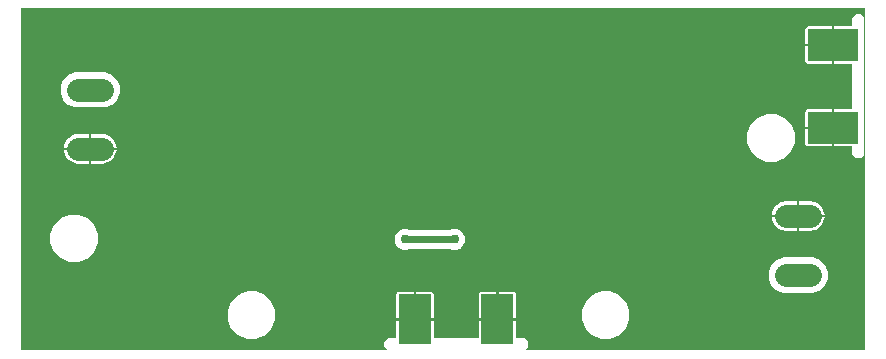
<source format=gbr>
G04 EAGLE Gerber RS-274X export*
G75*
%MOMM*%
%FSLAX34Y34*%
%LPD*%
%INBottom Copper*%
%IPPOS*%
%AMOC8*
5,1,8,0,0,1.08239X$1,22.5*%
G01*
%ADD10R,2.667000X4.191000*%
%ADD11C,1.981200*%
%ADD12R,4.191000X2.667000*%
%ADD13C,1.500000*%
%ADD14C,0.756400*%
%ADD15C,0.600000*%

G36*
X314172Y5081D02*
X314172Y5081D01*
X314175Y5081D01*
X314269Y5101D01*
X314366Y5120D01*
X314368Y5122D01*
X314371Y5122D01*
X314451Y5178D01*
X314532Y5233D01*
X314533Y5235D01*
X314535Y5237D01*
X314589Y5320D01*
X314641Y5401D01*
X314641Y5404D01*
X314643Y5406D01*
X314659Y5502D01*
X314677Y5598D01*
X314676Y5601D01*
X314676Y5603D01*
X314654Y5698D01*
X314633Y5794D01*
X314631Y5796D01*
X314631Y5799D01*
X314528Y5947D01*
X312419Y8055D01*
X312419Y12265D01*
X315395Y15241D01*
X322051Y15241D01*
X322056Y15242D01*
X322061Y15241D01*
X322154Y15262D01*
X322248Y15280D01*
X322252Y15283D01*
X322257Y15284D01*
X322335Y15340D01*
X322413Y15393D01*
X322416Y15397D01*
X322420Y15400D01*
X322471Y15482D01*
X322523Y15561D01*
X322523Y15566D01*
X322526Y15571D01*
X322558Y15748D01*
X322558Y30299D01*
X337926Y30299D01*
X337931Y30300D01*
X337936Y30299D01*
X338029Y30320D01*
X338122Y30338D01*
X338127Y30341D01*
X338132Y30342D01*
X338210Y30398D01*
X338288Y30451D01*
X338291Y30455D01*
X338295Y30458D01*
X338346Y30540D01*
X338397Y30619D01*
X338398Y30624D01*
X338401Y30629D01*
X338433Y30806D01*
X338433Y31315D01*
X338435Y31315D01*
X338435Y30806D01*
X338436Y30801D01*
X338435Y30796D01*
X338456Y30703D01*
X338474Y30610D01*
X338477Y30605D01*
X338479Y30600D01*
X338534Y30522D01*
X338587Y30444D01*
X338591Y30441D01*
X338595Y30437D01*
X338676Y30386D01*
X338755Y30335D01*
X338760Y30334D01*
X338765Y30331D01*
X338942Y30299D01*
X354310Y30299D01*
X354310Y15748D01*
X354311Y15743D01*
X354310Y15738D01*
X354331Y15645D01*
X354349Y15551D01*
X354352Y15547D01*
X354353Y15542D01*
X354409Y15464D01*
X354462Y15386D01*
X354466Y15383D01*
X354469Y15379D01*
X354551Y15328D01*
X354630Y15276D01*
X354635Y15276D01*
X354640Y15273D01*
X354817Y15241D01*
X391943Y15241D01*
X391948Y15242D01*
X391953Y15241D01*
X392046Y15262D01*
X392140Y15280D01*
X392144Y15283D01*
X392149Y15284D01*
X392227Y15340D01*
X392305Y15393D01*
X392308Y15397D01*
X392312Y15400D01*
X392363Y15482D01*
X392415Y15561D01*
X392415Y15566D01*
X392418Y15571D01*
X392450Y15748D01*
X392450Y30299D01*
X407818Y30299D01*
X407823Y30300D01*
X407828Y30299D01*
X407921Y30320D01*
X408014Y30338D01*
X408019Y30341D01*
X408024Y30342D01*
X408102Y30398D01*
X408180Y30451D01*
X408183Y30455D01*
X408187Y30458D01*
X408238Y30540D01*
X408289Y30619D01*
X408290Y30624D01*
X408293Y30629D01*
X408325Y30806D01*
X408325Y31315D01*
X408327Y31315D01*
X408327Y30806D01*
X408328Y30801D01*
X408327Y30796D01*
X408348Y30703D01*
X408366Y30610D01*
X408369Y30605D01*
X408371Y30600D01*
X408426Y30522D01*
X408479Y30444D01*
X408483Y30441D01*
X408487Y30437D01*
X408568Y30386D01*
X408647Y30335D01*
X408652Y30334D01*
X408657Y30331D01*
X408834Y30299D01*
X424202Y30299D01*
X424202Y15748D01*
X424203Y15743D01*
X424202Y15738D01*
X424223Y15645D01*
X424241Y15551D01*
X424244Y15547D01*
X424245Y15542D01*
X424301Y15464D01*
X424354Y15386D01*
X424358Y15383D01*
X424361Y15379D01*
X424443Y15328D01*
X424522Y15276D01*
X424527Y15276D01*
X424532Y15273D01*
X424709Y15241D01*
X431365Y15241D01*
X434341Y12265D01*
X434341Y8055D01*
X432232Y5947D01*
X432230Y5944D01*
X432228Y5943D01*
X432176Y5862D01*
X432121Y5780D01*
X432120Y5777D01*
X432119Y5775D01*
X432102Y5679D01*
X432083Y5583D01*
X432084Y5580D01*
X432083Y5578D01*
X432105Y5481D01*
X432125Y5387D01*
X432126Y5385D01*
X432127Y5382D01*
X432184Y5302D01*
X432239Y5222D01*
X432241Y5221D01*
X432243Y5219D01*
X432326Y5167D01*
X432408Y5115D01*
X432411Y5114D01*
X432413Y5113D01*
X432591Y5081D01*
X719412Y5081D01*
X719417Y5082D01*
X719422Y5081D01*
X719515Y5102D01*
X719609Y5120D01*
X719613Y5123D01*
X719618Y5124D01*
X719696Y5180D01*
X719774Y5233D01*
X719777Y5237D01*
X719781Y5240D01*
X719832Y5322D01*
X719884Y5401D01*
X719884Y5406D01*
X719887Y5411D01*
X719919Y5588D01*
X719919Y294412D01*
X719918Y294417D01*
X719919Y294422D01*
X719898Y294515D01*
X719880Y294609D01*
X719877Y294613D01*
X719876Y294618D01*
X719820Y294696D01*
X719767Y294774D01*
X719763Y294777D01*
X719760Y294781D01*
X719678Y294832D01*
X719599Y294884D01*
X719594Y294884D01*
X719589Y294887D01*
X719412Y294919D01*
X5588Y294919D01*
X5583Y294918D01*
X5578Y294919D01*
X5485Y294898D01*
X5391Y294880D01*
X5387Y294877D01*
X5382Y294876D01*
X5304Y294820D01*
X5226Y294767D01*
X5223Y294763D01*
X5219Y294760D01*
X5168Y294678D01*
X5116Y294599D01*
X5116Y294594D01*
X5113Y294589D01*
X5081Y294412D01*
X5081Y5588D01*
X5082Y5583D01*
X5081Y5578D01*
X5102Y5485D01*
X5120Y5391D01*
X5123Y5387D01*
X5124Y5382D01*
X5180Y5304D01*
X5233Y5226D01*
X5237Y5223D01*
X5240Y5219D01*
X5322Y5168D01*
X5401Y5116D01*
X5406Y5116D01*
X5411Y5113D01*
X5588Y5081D01*
X314169Y5081D01*
X314172Y5081D01*
G37*
%LPC*%
G36*
X711635Y167639D02*
X711635Y167639D01*
X708659Y170615D01*
X708659Y177271D01*
X708658Y177276D01*
X708659Y177281D01*
X708638Y177374D01*
X708620Y177468D01*
X708617Y177472D01*
X708616Y177477D01*
X708560Y177555D01*
X708507Y177633D01*
X708503Y177636D01*
X708500Y177640D01*
X708418Y177691D01*
X708339Y177743D01*
X708334Y177743D01*
X708329Y177746D01*
X708152Y177778D01*
X693601Y177778D01*
X693601Y193146D01*
X693600Y193151D01*
X693601Y193156D01*
X693580Y193249D01*
X693562Y193342D01*
X693559Y193347D01*
X693557Y193352D01*
X693502Y193430D01*
X693449Y193508D01*
X693445Y193511D01*
X693441Y193515D01*
X693360Y193566D01*
X693281Y193617D01*
X693276Y193618D01*
X693271Y193621D01*
X693094Y193653D01*
X692585Y193653D01*
X692585Y193655D01*
X693094Y193655D01*
X693099Y193656D01*
X693104Y193655D01*
X693197Y193676D01*
X693290Y193694D01*
X693295Y193697D01*
X693300Y193699D01*
X693378Y193754D01*
X693456Y193807D01*
X693459Y193811D01*
X693463Y193815D01*
X693514Y193896D01*
X693565Y193975D01*
X693566Y193980D01*
X693569Y193985D01*
X693601Y194162D01*
X693601Y209530D01*
X708152Y209530D01*
X708157Y209531D01*
X708162Y209530D01*
X708255Y209551D01*
X708349Y209569D01*
X708353Y209572D01*
X708358Y209573D01*
X708436Y209629D01*
X708514Y209682D01*
X708517Y209686D01*
X708521Y209689D01*
X708572Y209771D01*
X708624Y209850D01*
X708624Y209855D01*
X708627Y209860D01*
X708659Y210037D01*
X708659Y247163D01*
X708658Y247168D01*
X708659Y247173D01*
X708638Y247266D01*
X708620Y247360D01*
X708617Y247364D01*
X708616Y247369D01*
X708560Y247447D01*
X708507Y247525D01*
X708503Y247528D01*
X708500Y247532D01*
X708418Y247583D01*
X708339Y247635D01*
X708334Y247635D01*
X708329Y247638D01*
X708152Y247670D01*
X693601Y247670D01*
X693601Y263038D01*
X693600Y263043D01*
X693601Y263048D01*
X693580Y263141D01*
X693562Y263234D01*
X693559Y263239D01*
X693557Y263244D01*
X693502Y263322D01*
X693449Y263400D01*
X693445Y263403D01*
X693441Y263407D01*
X693360Y263458D01*
X693281Y263509D01*
X693276Y263510D01*
X693271Y263513D01*
X693094Y263545D01*
X692585Y263545D01*
X692585Y263547D01*
X693094Y263547D01*
X693099Y263548D01*
X693104Y263547D01*
X693197Y263568D01*
X693290Y263586D01*
X693295Y263589D01*
X693300Y263591D01*
X693378Y263646D01*
X693456Y263699D01*
X693459Y263703D01*
X693463Y263707D01*
X693514Y263788D01*
X693565Y263867D01*
X693566Y263872D01*
X693569Y263877D01*
X693601Y264054D01*
X693601Y279422D01*
X708152Y279422D01*
X708157Y279423D01*
X708162Y279422D01*
X708255Y279443D01*
X708349Y279461D01*
X708353Y279464D01*
X708358Y279465D01*
X708436Y279521D01*
X708514Y279574D01*
X708517Y279578D01*
X708521Y279581D01*
X708572Y279663D01*
X708624Y279742D01*
X708624Y279747D01*
X708627Y279752D01*
X708659Y279929D01*
X708659Y286585D01*
X711635Y289561D01*
X715845Y289561D01*
X718821Y286585D01*
X718821Y170615D01*
X715845Y167639D01*
X711635Y167639D01*
G37*
%LPD*%
%LPC*%
G36*
X650053Y53847D02*
X650053Y53847D01*
X644545Y56129D01*
X640329Y60345D01*
X638047Y65853D01*
X638047Y71815D01*
X640329Y77323D01*
X644545Y81539D01*
X644969Y81715D01*
X644970Y81715D01*
X646194Y82222D01*
X647419Y82730D01*
X648643Y83237D01*
X649868Y83744D01*
X650053Y83821D01*
X675827Y83821D01*
X681335Y81539D01*
X685551Y77323D01*
X687833Y71815D01*
X687833Y65853D01*
X685551Y60345D01*
X681335Y56129D01*
X680460Y55766D01*
X679235Y55259D01*
X678010Y54752D01*
X676786Y54244D01*
X675827Y53847D01*
X650053Y53847D01*
G37*
%LPD*%
%LPC*%
G36*
X50613Y210819D02*
X50613Y210819D01*
X45105Y213101D01*
X40889Y217317D01*
X38607Y222825D01*
X38607Y228787D01*
X40889Y234295D01*
X45105Y238511D01*
X46194Y238963D01*
X46195Y238963D01*
X47419Y239470D01*
X48644Y239977D01*
X49868Y240484D01*
X49869Y240484D01*
X50613Y240793D01*
X76387Y240793D01*
X81895Y238511D01*
X86111Y234295D01*
X88393Y228787D01*
X88393Y222825D01*
X86111Y217317D01*
X81895Y213101D01*
X81685Y213014D01*
X80460Y212506D01*
X79236Y211999D01*
X79235Y211999D01*
X78011Y211492D01*
X76786Y210985D01*
X76387Y210819D01*
X50613Y210819D01*
G37*
%LPD*%
%LPC*%
G36*
X636006Y164919D02*
X636006Y164919D01*
X628625Y167976D01*
X622976Y173625D01*
X619919Y181006D01*
X619919Y188994D01*
X622976Y196375D01*
X628625Y202024D01*
X629632Y202441D01*
X630856Y202948D01*
X630857Y202948D01*
X632081Y203455D01*
X633306Y203962D01*
X634530Y204470D01*
X635755Y204977D01*
X636006Y205081D01*
X643994Y205081D01*
X651375Y202024D01*
X657024Y196375D01*
X660081Y188994D01*
X660081Y181006D01*
X657024Y173625D01*
X651375Y167976D01*
X651114Y167868D01*
X649890Y167361D01*
X649889Y167361D01*
X648665Y166854D01*
X647440Y166347D01*
X646216Y165839D01*
X644991Y165332D01*
X643994Y164919D01*
X636006Y164919D01*
G37*
%LPD*%
%LPC*%
G36*
X46006Y79919D02*
X46006Y79919D01*
X38625Y82976D01*
X32976Y88625D01*
X29919Y96006D01*
X29919Y103994D01*
X32976Y111375D01*
X38625Y117024D01*
X39105Y117223D01*
X39106Y117223D01*
X40330Y117730D01*
X41555Y118237D01*
X42779Y118744D01*
X44004Y119252D01*
X45228Y119759D01*
X45229Y119759D01*
X46006Y120081D01*
X53994Y120081D01*
X61375Y117024D01*
X67024Y111375D01*
X70081Y103994D01*
X70081Y96006D01*
X67024Y88625D01*
X61375Y82976D01*
X60588Y82650D01*
X59363Y82143D01*
X58139Y81636D01*
X56914Y81129D01*
X55689Y80621D01*
X54465Y80114D01*
X53994Y79919D01*
X46006Y79919D01*
G37*
%LPD*%
%LPC*%
G36*
X496006Y14919D02*
X496006Y14919D01*
X488625Y17976D01*
X482976Y23625D01*
X479919Y31006D01*
X479919Y38994D01*
X482976Y46375D01*
X488625Y52024D01*
X489279Y52295D01*
X490504Y52802D01*
X491728Y53309D01*
X491729Y53309D01*
X492953Y53816D01*
X494178Y54324D01*
X495402Y54831D01*
X496006Y55081D01*
X503994Y55081D01*
X511375Y52024D01*
X517024Y46375D01*
X520081Y38994D01*
X520081Y31006D01*
X517024Y23625D01*
X511375Y17976D01*
X510762Y17722D01*
X509537Y17215D01*
X508312Y16708D01*
X507088Y16201D01*
X505863Y15693D01*
X504639Y15186D01*
X503994Y14919D01*
X496006Y14919D01*
G37*
%LPD*%
%LPC*%
G36*
X196006Y14919D02*
X196006Y14919D01*
X188625Y17976D01*
X182976Y23625D01*
X179919Y31006D01*
X179919Y38994D01*
X182976Y46375D01*
X188625Y52024D01*
X189279Y52295D01*
X190504Y52802D01*
X191728Y53309D01*
X191729Y53309D01*
X192953Y53816D01*
X194178Y54324D01*
X195402Y54831D01*
X196006Y55081D01*
X203994Y55081D01*
X211375Y52024D01*
X217024Y46375D01*
X220081Y38994D01*
X220081Y31006D01*
X217024Y23625D01*
X211375Y17976D01*
X210762Y17722D01*
X209537Y17215D01*
X208312Y16708D01*
X207088Y16201D01*
X205863Y15693D01*
X204639Y15186D01*
X203994Y14919D01*
X196006Y14919D01*
G37*
%LPD*%
%LPC*%
G36*
X328437Y90197D02*
X328437Y90197D01*
X325180Y91547D01*
X322687Y94040D01*
X321337Y97297D01*
X321337Y100823D01*
X322687Y104080D01*
X325180Y106573D01*
X326397Y107078D01*
X327621Y107585D01*
X328437Y107923D01*
X331963Y107923D01*
X333758Y107179D01*
X333767Y107178D01*
X333774Y107173D01*
X333952Y107141D01*
X368358Y107141D01*
X368367Y107143D01*
X368376Y107141D01*
X368552Y107179D01*
X368555Y107180D01*
X369531Y107585D01*
X370347Y107923D01*
X373873Y107923D01*
X377130Y106573D01*
X379623Y104080D01*
X380973Y100823D01*
X380973Y97297D01*
X379623Y94040D01*
X377130Y91547D01*
X376472Y91274D01*
X376471Y91274D01*
X375247Y90766D01*
X374022Y90259D01*
X373873Y90197D01*
X370347Y90197D01*
X368552Y90941D01*
X368543Y90942D01*
X368536Y90947D01*
X368358Y90979D01*
X333952Y90979D01*
X333943Y90977D01*
X333934Y90979D01*
X333758Y90941D01*
X333755Y90940D01*
X333337Y90766D01*
X332112Y90259D01*
X331963Y90197D01*
X328437Y90197D01*
G37*
%LPD*%
%LPC*%
G36*
X339449Y32329D02*
X339449Y32329D01*
X339449Y54810D01*
X352104Y54810D01*
X352750Y54637D01*
X353329Y54302D01*
X353802Y53829D01*
X354137Y53250D01*
X354310Y52604D01*
X354310Y32329D01*
X339449Y32329D01*
G37*
%LPD*%
%LPC*%
G36*
X409341Y32329D02*
X409341Y32329D01*
X409341Y54810D01*
X421996Y54810D01*
X422642Y54637D01*
X423221Y54302D01*
X423694Y53829D01*
X424029Y53250D01*
X424202Y52604D01*
X424202Y32329D01*
X409341Y32329D01*
G37*
%LPD*%
%LPC*%
G36*
X669090Y264561D02*
X669090Y264561D01*
X669090Y277216D01*
X669263Y277862D01*
X669598Y278441D01*
X670071Y278914D01*
X670650Y279249D01*
X671296Y279422D01*
X691571Y279422D01*
X691571Y264561D01*
X669090Y264561D01*
G37*
%LPD*%
%LPC*%
G36*
X669090Y194669D02*
X669090Y194669D01*
X669090Y207324D01*
X669263Y207970D01*
X669598Y208549D01*
X670071Y209022D01*
X670650Y209357D01*
X671296Y209530D01*
X691571Y209530D01*
X691571Y194669D01*
X669090Y194669D01*
G37*
%LPD*%
%LPC*%
G36*
X392450Y32329D02*
X392450Y32329D01*
X392450Y52604D01*
X392623Y53250D01*
X392958Y53829D01*
X393431Y54302D01*
X394010Y54637D01*
X394656Y54810D01*
X407311Y54810D01*
X407311Y32329D01*
X392450Y32329D01*
G37*
%LPD*%
%LPC*%
G36*
X322558Y32329D02*
X322558Y32329D01*
X322558Y52604D01*
X322731Y53250D01*
X323066Y53829D01*
X323539Y54302D01*
X324118Y54637D01*
X324764Y54810D01*
X337419Y54810D01*
X337419Y32329D01*
X322558Y32329D01*
G37*
%LPD*%
%LPC*%
G36*
X671296Y247670D02*
X671296Y247670D01*
X670650Y247843D01*
X670071Y248178D01*
X669598Y248651D01*
X669263Y249230D01*
X669090Y249876D01*
X669090Y262531D01*
X691571Y262531D01*
X691571Y247670D01*
X671296Y247670D01*
G37*
%LPD*%
%LPC*%
G36*
X671296Y177778D02*
X671296Y177778D01*
X670650Y177951D01*
X670071Y178286D01*
X669598Y178759D01*
X669263Y179338D01*
X669090Y179984D01*
X669090Y192639D01*
X691571Y192639D01*
X691571Y177778D01*
X671296Y177778D01*
G37*
%LPD*%
%LPC*%
G36*
X64515Y176783D02*
X64515Y176783D01*
X64515Y188215D01*
X74386Y188215D01*
X76321Y187908D01*
X78184Y187303D01*
X79930Y186413D01*
X81514Y185262D01*
X82900Y183876D01*
X84051Y182292D01*
X84941Y180546D01*
X85546Y178683D01*
X85847Y176783D01*
X64515Y176783D01*
G37*
%LPD*%
%LPC*%
G36*
X663955Y119887D02*
X663955Y119887D01*
X663955Y131319D01*
X673826Y131319D01*
X675761Y131012D01*
X677624Y130407D01*
X679370Y129517D01*
X680954Y128366D01*
X682340Y126980D01*
X683491Y125396D01*
X684381Y123650D01*
X684986Y121787D01*
X685287Y119887D01*
X663955Y119887D01*
G37*
%LPD*%
%LPC*%
G36*
X41153Y176783D02*
X41153Y176783D01*
X41454Y178683D01*
X42059Y180546D01*
X42949Y182292D01*
X44100Y183876D01*
X45486Y185262D01*
X47070Y186413D01*
X48816Y187303D01*
X50679Y187908D01*
X52614Y188215D01*
X62485Y188215D01*
X62485Y176783D01*
X41153Y176783D01*
G37*
%LPD*%
%LPC*%
G36*
X640593Y119887D02*
X640593Y119887D01*
X640894Y121787D01*
X641499Y123650D01*
X642389Y125396D01*
X643540Y126980D01*
X644926Y128366D01*
X646510Y129517D01*
X648256Y130407D01*
X650119Y131012D01*
X652054Y131319D01*
X661925Y131319D01*
X661925Y119887D01*
X640593Y119887D01*
G37*
%LPD*%
%LPC*%
G36*
X64515Y163321D02*
X64515Y163321D01*
X64515Y174753D01*
X85847Y174753D01*
X85546Y172853D01*
X84941Y170990D01*
X84051Y169244D01*
X82900Y167660D01*
X81514Y166274D01*
X79930Y165123D01*
X78184Y164233D01*
X76321Y163628D01*
X74386Y163321D01*
X64515Y163321D01*
G37*
%LPD*%
%LPC*%
G36*
X663955Y106425D02*
X663955Y106425D01*
X663955Y117857D01*
X685287Y117857D01*
X684986Y115957D01*
X684381Y114094D01*
X683491Y112348D01*
X682340Y110764D01*
X680954Y109378D01*
X679370Y108227D01*
X677624Y107337D01*
X675761Y106732D01*
X673826Y106425D01*
X663955Y106425D01*
G37*
%LPD*%
%LPC*%
G36*
X52614Y163321D02*
X52614Y163321D01*
X50679Y163628D01*
X48816Y164233D01*
X47070Y165123D01*
X45486Y166274D01*
X44100Y167660D01*
X42949Y169244D01*
X42059Y170990D01*
X41454Y172853D01*
X41153Y174753D01*
X62485Y174753D01*
X62485Y163321D01*
X52614Y163321D01*
G37*
%LPD*%
%LPC*%
G36*
X652054Y106425D02*
X652054Y106425D01*
X650119Y106732D01*
X648256Y107337D01*
X646510Y108227D01*
X644926Y109378D01*
X643540Y110764D01*
X642389Y112348D01*
X641499Y114094D01*
X640894Y115957D01*
X640593Y117857D01*
X661925Y117857D01*
X661925Y106425D01*
X652054Y106425D01*
G37*
%LPD*%
%LPC*%
G36*
X63499Y175767D02*
X63499Y175767D01*
X63499Y175769D01*
X63501Y175769D01*
X63501Y175767D01*
X63499Y175767D01*
G37*
%LPD*%
%LPC*%
G36*
X662939Y118871D02*
X662939Y118871D01*
X662939Y118873D01*
X662941Y118873D01*
X662941Y118871D01*
X662939Y118871D01*
G37*
%LPD*%
D10*
X408326Y31314D03*
X338434Y31314D03*
D11*
X73406Y225806D02*
X53594Y225806D01*
X53594Y175768D02*
X73406Y175768D01*
D12*
X692586Y263546D03*
X692586Y193654D03*
D11*
X672846Y68834D02*
X653034Y68834D01*
X653034Y118872D02*
X672846Y118872D01*
D13*
X238760Y132080D03*
X373380Y236220D03*
D14*
X372110Y99060D03*
D15*
X330200Y99060D01*
D14*
X330200Y99060D03*
M02*

</source>
